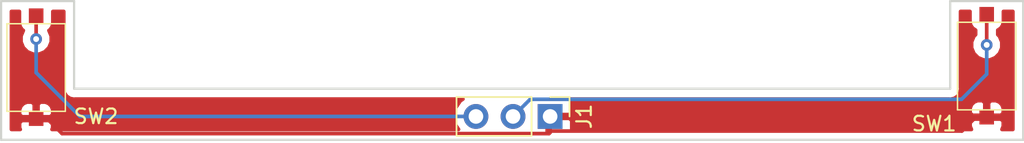
<source format=kicad_pcb>
(kicad_pcb (version 20171130) (host pcbnew 5.0.2+dfsg1-1~bpo9+1)

  (general
    (thickness 1.6)
    (drawings 8)
    (tracks 22)
    (zones 0)
    (modules 3)
    (nets 4)
  )

  (page A4)
  (layers
    (0 F.Cu signal)
    (31 B.Cu signal)
    (32 B.Adhes user)
    (33 F.Adhes user)
    (34 B.Paste user)
    (35 F.Paste user)
    (36 B.SilkS user)
    (37 F.SilkS user)
    (38 B.Mask user)
    (39 F.Mask user)
    (40 Dwgs.User user)
    (41 Cmts.User user)
    (42 Eco1.User user)
    (43 Eco2.User user)
    (44 Edge.Cuts user)
    (45 Margin user)
    (46 B.CrtYd user)
    (47 F.CrtYd user)
    (48 B.Fab user)
    (49 F.Fab user)
  )

  (setup
    (last_trace_width 0.25)
    (trace_clearance 0.2)
    (zone_clearance 0.508)
    (zone_45_only no)
    (trace_min 0.2)
    (segment_width 0.2)
    (edge_width 0.15)
    (via_size 0.8)
    (via_drill 0.4)
    (via_min_size 0.4)
    (via_min_drill 0.3)
    (uvia_size 0.3)
    (uvia_drill 0.1)
    (uvias_allowed no)
    (uvia_min_size 0.2)
    (uvia_min_drill 0.1)
    (pcb_text_width 0.3)
    (pcb_text_size 1.5 1.5)
    (mod_edge_width 0.15)
    (mod_text_size 1 1)
    (mod_text_width 0.15)
    (pad_size 1.524 1.524)
    (pad_drill 0.762)
    (pad_to_mask_clearance 0.051)
    (solder_mask_min_width 0.25)
    (aux_axis_origin 0 0)
    (visible_elements FFFFFF7F)
    (pcbplotparams
      (layerselection 0x010fc_ffffffff)
      (usegerberextensions false)
      (usegerberattributes true)
      (usegerberadvancedattributes false)
      (creategerberjobfile false)
      (excludeedgelayer false)
      (linewidth 0.100000)
      (plotframeref false)
      (viasonmask false)
      (mode 1)
      (useauxorigin false)
      (hpglpennumber 1)
      (hpglpenspeed 20)
      (hpglpendiameter 15.000000)
      (psnegative false)
      (psa4output false)
      (plotreference true)
      (plotvalue true)
      (plotinvisibletext false)
      (padsonsilk true)
      (subtractmaskfromsilk false)
      (outputformat 1)
      (mirror false)
      (drillshape 0)
      (scaleselection 1)
      (outputdirectory "/tmp/buttons"))
  )

  (net 0 "")
  (net 1 GND)
  (net 2 /B1)
  (net 3 /B2)

  (net_class Default "This is the default net class."
    (clearance 0.2)
    (trace_width 0.25)
    (via_dia 0.8)
    (via_drill 0.4)
    (uvia_dia 0.3)
    (uvia_drill 0.1)
    (add_net /B1)
    (add_net /B2)
    (add_net GND)
  )

  (module Connector_PinHeader_2.54mm:PinHeader_1x03_P2.54mm_Vertical (layer F.Cu) (tedit 5F612A32) (tstamp 5F78DD66)
    (at 137.6 68.9 270)
    (descr "Through hole straight pin header, 1x03, 2.54mm pitch, single row")
    (tags "Through hole pin header THT 1x03 2.54mm single row")
    (path /5F6127C4)
    (fp_text reference J1 (at 0 -2.33 270) (layer F.SilkS)
      (effects (font (size 1 1) (thickness 0.15)))
    )
    (fp_text value conn (at 0 7.41 270) (layer F.Fab) hide
      (effects (font (size 1 1) (thickness 0.15)))
    )
    (fp_line (start -0.635 -1.27) (end 1.27 -1.27) (layer F.Fab) (width 0.1))
    (fp_line (start 1.27 -1.27) (end 1.27 6.35) (layer F.Fab) (width 0.1))
    (fp_line (start 1.27 6.35) (end -1.27 6.35) (layer F.Fab) (width 0.1))
    (fp_line (start -1.27 6.35) (end -1.27 -0.635) (layer F.Fab) (width 0.1))
    (fp_line (start -1.27 -0.635) (end -0.635 -1.27) (layer F.Fab) (width 0.1))
    (fp_line (start -1.33 6.41) (end 1.33 6.41) (layer F.SilkS) (width 0.12))
    (fp_line (start -1.33 1.27) (end -1.33 6.41) (layer F.SilkS) (width 0.12))
    (fp_line (start 1.33 1.27) (end 1.33 6.41) (layer F.SilkS) (width 0.12))
    (fp_line (start -1.33 1.27) (end 1.33 1.27) (layer F.SilkS) (width 0.12))
    (fp_line (start -1.33 0) (end -1.33 -1.33) (layer F.SilkS) (width 0.12))
    (fp_line (start -1.33 -1.33) (end 0 -1.33) (layer F.SilkS) (width 0.12))
    (fp_line (start -1.8 -1.8) (end -1.8 6.85) (layer F.CrtYd) (width 0.05))
    (fp_line (start -1.8 6.85) (end 1.8 6.85) (layer F.CrtYd) (width 0.05))
    (fp_line (start 1.8 6.85) (end 1.8 -1.8) (layer F.CrtYd) (width 0.05))
    (fp_line (start 1.8 -1.8) (end -1.8 -1.8) (layer F.CrtYd) (width 0.05))
    (fp_text user %R (at 0 2.54) (layer F.Fab)
      (effects (font (size 1 1) (thickness 0.15)))
    )
    (pad 1 thru_hole rect (at 0 0 270) (size 1.7 1.7) (drill 1) (layers *.Cu *.Mask)
      (net 1 GND))
    (pad 2 thru_hole oval (at 0 2.54 270) (size 1.7 1.7) (drill 1) (layers *.Cu *.Mask)
      (net 2 /B1))
    (pad 3 thru_hole oval (at 0 5.08 270) (size 1.7 1.7) (drill 1) (layers *.Cu *.Mask)
      (net 3 /B2))
    (model ${KISYS3DMOD}/Connector_PinHeader_2.54mm.3dshapes/PinHeader_1x03_P2.54mm_Vertical.wrl
      (at (xyz 0 0 0))
      (scale (xyz 1 1 1))
      (rotate (xyz 0 0 0))
    )
  )

  (module button:SMD_Button (layer F.Cu) (tedit 5F6129E6) (tstamp 5F78DD4F)
    (at 102.2 65.7 270)
    (path /5F612977)
    (fp_text reference SW2 (at 3.2 -4.3) (layer F.SilkS)
      (effects (font (size 1 1) (thickness 0.15)))
    )
    (fp_text value B2 (at -0.15 2.8 270) (layer F.Fab) hide
      (effects (font (size 1 1) (thickness 0.15)))
    )
    (fp_line (start 2.85 -2.2) (end -3.15 -2.2) (layer F.SilkS) (width 0.1))
    (fp_line (start 2.85 1.8) (end 2.85 -2.2) (layer F.SilkS) (width 0.1))
    (fp_line (start -3.15 1.8) (end 2.85 1.8) (layer F.SilkS) (width 0.1))
    (fp_line (start -3.15 -2.2) (end -3.15 1.8) (layer F.SilkS) (width 0.1))
    (pad 2 smd rect (at -3.7 -0.2 270) (size 1 1) (layers F.Cu F.Paste F.Mask)
      (net 3 /B2))
    (pad 1 smd rect (at 3.35 -0.2 270) (size 1 1) (layers F.Cu F.Paste F.Mask)
      (net 1 GND))
  )

  (module button:SMD_Button (layer F.Cu) (tedit 5F61294C) (tstamp 5F78DD45)
    (at 167.3 65.6 270)
    (path /5F6129FB)
    (fp_text reference SW1 (at 3.8 3.4) (layer F.SilkS)
      (effects (font (size 1 1) (thickness 0.15)))
    )
    (fp_text value B1 (at -0.15 2.8 270) (layer F.Fab) hide
      (effects (font (size 1 1) (thickness 0.15)))
    )
    (fp_line (start -3.15 -2.2) (end -3.15 1.8) (layer F.SilkS) (width 0.1))
    (fp_line (start -3.15 1.8) (end 2.85 1.8) (layer F.SilkS) (width 0.1))
    (fp_line (start 2.85 1.8) (end 2.85 -2.2) (layer F.SilkS) (width 0.1))
    (fp_line (start 2.85 -2.2) (end -3.15 -2.2) (layer F.SilkS) (width 0.1))
    (pad 1 smd rect (at 3.35 -0.2 270) (size 1 1) (layers F.Cu F.Paste F.Mask)
      (net 1 GND))
    (pad 2 smd rect (at -3.7 -0.2 270) (size 1 1) (layers F.Cu F.Paste F.Mask)
      (net 2 /B1))
  )

  (gr_line (start 165 61) (end 170 61) (layer Edge.Cuts) (width 0.15) (tstamp 5F78DF35))
  (gr_line (start 105 67) (end 165 67) (layer Edge.Cuts) (width 0.15))
  (gr_line (start 165 61) (end 165 67) (layer Edge.Cuts) (width 0.15) (tstamp 5F78DE0B))
  (gr_line (start 105 61) (end 105 67) (layer Edge.Cuts) (width 0.15))
  (gr_line (start 170 70.5) (end 170 61) (layer Edge.Cuts) (width 0.15) (tstamp 5F78DDF9))
  (gr_line (start 100 61) (end 105 61) (layer Edge.Cuts) (width 0.15))
  (gr_line (start 100 70.5) (end 100 61) (layer Edge.Cuts) (width 0.15))
  (gr_line (start 100 70.5) (end 170 70.5) (layer Edge.Cuts) (width 0.15))

  (segment (start 137.6 70) (end 137.6 68.9) (width 0.25) (layer F.Cu) (net 1))
  (segment (start 137.524999 70.075001) (end 137.6 70) (width 0.25) (layer F.Cu) (net 1))
  (segment (start 104.175001 70.075001) (end 137.524999 70.075001) (width 0.25) (layer F.Cu) (net 1))
  (segment (start 103.15 69.05) (end 104.175001 70.075001) (width 0.25) (layer F.Cu) (net 1))
  (segment (start 102.4 69.05) (end 103.15 69.05) (width 0.25) (layer F.Cu) (net 1))
  (segment (start 137.4 69.1) (end 137.6 68.9) (width 0.25) (layer F.Cu) (net 1))
  (segment (start 167.5 68.95) (end 166.75 68.95) (width 0.25) (layer F.Cu) (net 1))
  (segment (start 166.75 68.95) (end 165.8 69.9) (width 0.25) (layer F.Cu) (net 1))
  (segment (start 165.8 69.9) (end 137.4 69.9) (width 0.25) (layer F.Cu) (net 1))
  (segment (start 137.4 69.9) (end 137.4 69.1) (width 0.25) (layer F.Cu) (net 1))
  (via (at 167.5 64) (size 0.8) (drill 0.4) (layers F.Cu B.Cu) (net 2))
  (segment (start 167.5 61.9) (end 167.5 64) (width 0.25) (layer F.Cu) (net 2))
  (segment (start 167.5 64) (end 167.5 66) (width 0.25) (layer B.Cu) (net 2))
  (segment (start 136.235001 67.724999) (end 135.909999 68.050001) (width 0.25) (layer B.Cu) (net 2))
  (segment (start 135.909999 68.050001) (end 135.06 68.9) (width 0.25) (layer B.Cu) (net 2))
  (segment (start 165.775001 67.724999) (end 136.235001 67.724999) (width 0.25) (layer B.Cu) (net 2))
  (segment (start 167.5 66) (end 165.775001 67.724999) (width 0.25) (layer B.Cu) (net 2))
  (via (at 102.4 63.6) (size 0.8) (drill 0.4) (layers F.Cu B.Cu) (net 3))
  (segment (start 102.4 62) (end 102.4 63.6) (width 0.25) (layer F.Cu) (net 3))
  (segment (start 102.4 63.6) (end 102.4 65.9) (width 0.25) (layer B.Cu) (net 3))
  (segment (start 105.4 68.9) (end 132.52 68.9) (width 0.25) (layer B.Cu) (net 3))
  (segment (start 102.4 65.9) (end 105.4 68.9) (width 0.25) (layer B.Cu) (net 3))

  (zone (net 1) (net_name GND) (layer F.Cu) (tstamp 0) (hatch edge 0.508)
    (connect_pads (clearance 0.508))
    (min_thickness 0.254)
    (fill yes (arc_segments 16) (thermal_gap 0.508) (thermal_bridge_width 0.508))
    (polygon
      (pts
        (xy 100.2 61.1) (xy 104.9 61.1) (xy 104.9 67.2) (xy 165.2 67.2) (xy 165.2 61.2)
        (xy 169.9 61.2) (xy 169.9 70.4) (xy 100.1 70.4)
      )
    )
    (filled_polygon
      (pts
        (xy 166.35256 62.4) (xy 166.401843 62.647765) (xy 166.542191 62.857809) (xy 166.740001 62.989982) (xy 166.740001 63.296288)
        (xy 166.622569 63.41372) (xy 166.465 63.794126) (xy 166.465 64.205874) (xy 166.622569 64.58628) (xy 166.91372 64.877431)
        (xy 167.294126 65.035) (xy 167.705874 65.035) (xy 168.08628 64.877431) (xy 168.377431 64.58628) (xy 168.535 64.205874)
        (xy 168.535 63.794126) (xy 168.377431 63.41372) (xy 168.26 63.296289) (xy 168.26 62.989982) (xy 168.457809 62.857809)
        (xy 168.598157 62.647765) (xy 168.64744 62.4) (xy 168.64744 61.71) (xy 169.290001 61.71) (xy 169.29 69.79)
        (xy 168.546486 69.79) (xy 168.635 69.576309) (xy 168.635 69.23575) (xy 168.47625 69.077) (xy 167.627 69.077)
        (xy 167.627 69.097) (xy 167.373 69.097) (xy 167.373 69.077) (xy 166.52375 69.077) (xy 166.365 69.23575)
        (xy 166.365 69.576309) (xy 166.453514 69.79) (xy 139.085 69.79) (xy 139.085 69.18575) (xy 138.92625 69.027)
        (xy 137.727 69.027) (xy 137.727 69.047) (xy 137.473 69.047) (xy 137.473 69.027) (xy 137.453 69.027)
        (xy 137.453 68.773) (xy 137.473 68.773) (xy 137.473 68.753) (xy 137.727 68.753) (xy 137.727 68.773)
        (xy 138.92625 68.773) (xy 139.085 68.61425) (xy 139.085 68.323691) (xy 166.365 68.323691) (xy 166.365 68.66425)
        (xy 166.52375 68.823) (xy 167.373 68.823) (xy 167.373 67.97375) (xy 167.627 67.97375) (xy 167.627 68.823)
        (xy 168.47625 68.823) (xy 168.635 68.66425) (xy 168.635 68.323691) (xy 168.538327 68.090302) (xy 168.359699 67.911673)
        (xy 168.12631 67.815) (xy 167.78575 67.815) (xy 167.627 67.97375) (xy 167.373 67.97375) (xy 167.21425 67.815)
        (xy 166.87369 67.815) (xy 166.640301 67.911673) (xy 166.461673 68.090302) (xy 166.365 68.323691) (xy 139.085 68.323691)
        (xy 139.085 67.923691) (xy 138.996486 67.71) (xy 164.930075 67.71) (xy 165 67.723909) (xy 165.277028 67.668805)
        (xy 165.511881 67.511881) (xy 165.668805 67.277028) (xy 165.71 67.069926) (xy 165.723909 67) (xy 165.71 66.930074)
        (xy 165.71 61.71) (xy 166.35256 61.71)
      )
    )
    (filled_polygon
      (pts
        (xy 101.25256 62.5) (xy 101.301843 62.747765) (xy 101.442191 62.957809) (xy 101.52389 63.012399) (xy 101.522569 63.01372)
        (xy 101.365 63.394126) (xy 101.365 63.805874) (xy 101.522569 64.18628) (xy 101.81372 64.477431) (xy 102.194126 64.635)
        (xy 102.605874 64.635) (xy 102.98628 64.477431) (xy 103.277431 64.18628) (xy 103.435 63.805874) (xy 103.435 63.394126)
        (xy 103.277431 63.01372) (xy 103.27611 63.012399) (xy 103.357809 62.957809) (xy 103.498157 62.747765) (xy 103.54744 62.5)
        (xy 103.54744 61.71) (xy 104.29 61.71) (xy 104.290001 66.930069) (xy 104.276091 67) (xy 104.331195 67.277028)
        (xy 104.488119 67.511881) (xy 104.722972 67.668805) (xy 104.930074 67.71) (xy 104.930075 67.71) (xy 105 67.723909)
        (xy 105.069926 67.71) (xy 131.628032 67.71) (xy 131.449375 67.829375) (xy 131.121161 68.320582) (xy 131.005908 68.9)
        (xy 131.121161 69.479418) (xy 131.328685 69.79) (xy 103.487908 69.79) (xy 103.535 69.676309) (xy 103.535 69.33575)
        (xy 103.37625 69.177) (xy 102.527 69.177) (xy 102.527 69.197) (xy 102.273 69.197) (xy 102.273 69.177)
        (xy 101.42375 69.177) (xy 101.265 69.33575) (xy 101.265 69.676309) (xy 101.312092 69.79) (xy 100.71 69.79)
        (xy 100.71 68.423691) (xy 101.265 68.423691) (xy 101.265 68.76425) (xy 101.42375 68.923) (xy 102.273 68.923)
        (xy 102.273 68.07375) (xy 102.527 68.07375) (xy 102.527 68.923) (xy 103.37625 68.923) (xy 103.535 68.76425)
        (xy 103.535 68.423691) (xy 103.438327 68.190302) (xy 103.259699 68.011673) (xy 103.02631 67.915) (xy 102.68575 67.915)
        (xy 102.527 68.07375) (xy 102.273 68.07375) (xy 102.11425 67.915) (xy 101.77369 67.915) (xy 101.540301 68.011673)
        (xy 101.361673 68.190302) (xy 101.265 68.423691) (xy 100.71 68.423691) (xy 100.71 61.71) (xy 101.25256 61.71)
      )
    )
  )
)

</source>
